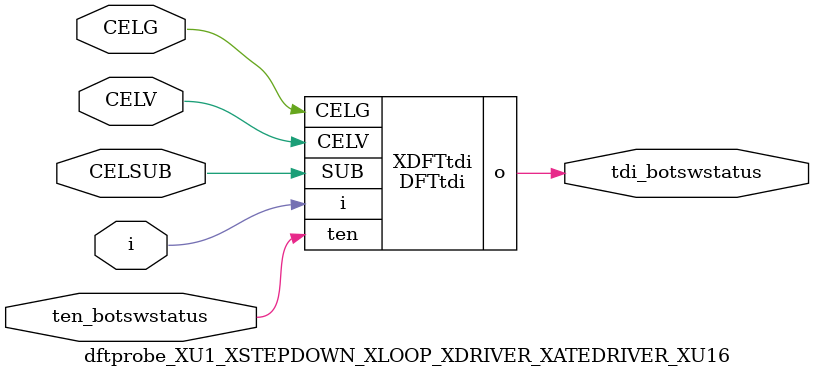
<source format=v>


module DFTtdi ( o, CELV, SUB, i, ten, CELG );

  input CELV;
  input ten;
  input i;
  output o;
  input CELG;
  input SUB;
endmodule


module dftprobe_XU1_XSTEPDOWN_XLOOP_XDRIVER_XATEDRIVER_XU16 (i,tdi_botswstatus,ten_botswstatus,CELG,CELSUB,CELV);
input  i;
output  tdi_botswstatus;
input  ten_botswstatus;
input  CELG;
input  CELSUB;
input  CELV;

DFTtdi XDFTtdi(
  .i (i),
  .o (tdi_botswstatus),
  .ten (ten_botswstatus),
  .CELG (CELG),
  .SUB (CELSUB),
  .CELV (CELV)
);

endmodule


</source>
